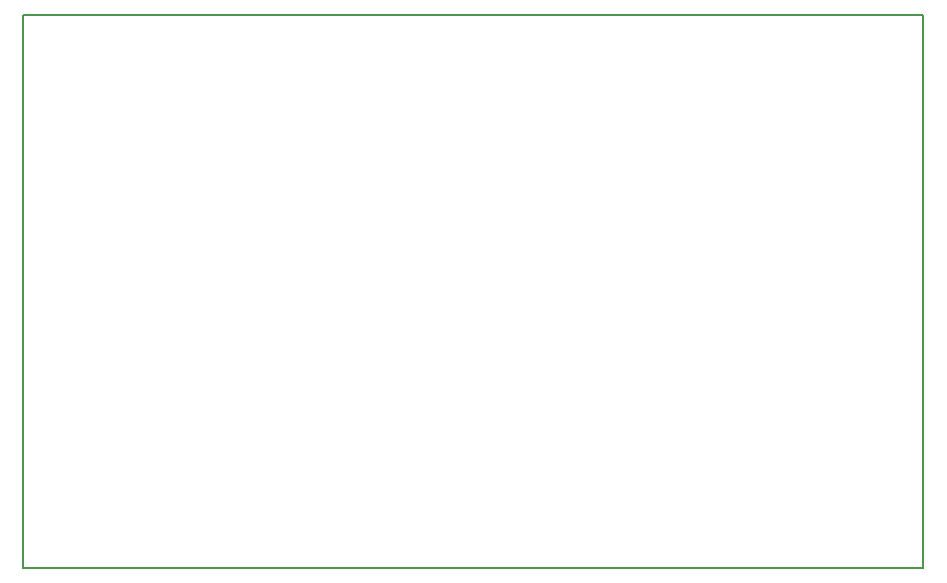
<source format=gbr>
G04 #@! TF.GenerationSoftware,KiCad,Pcbnew,(5.0.1)-rc2*
G04 #@! TF.CreationDate,2020-01-05T22:16:04+01:00*
G04 #@! TF.ProjectId,IoT_Messenger,496F545F4D657373656E6765722E6B69,rev?*
G04 #@! TF.SameCoordinates,Original*
G04 #@! TF.FileFunction,Profile,NP*
%FSLAX46Y46*%
G04 Gerber Fmt 4.6, Leading zero omitted, Abs format (unit mm)*
G04 Created by KiCad (PCBNEW (5.0.1)-rc2) date 05/01/2020 22:16:04*
%MOMM*%
%LPD*%
G01*
G04 APERTURE LIST*
%ADD10C,0.150000*%
G04 APERTURE END LIST*
D10*
X68834000Y-117856000D02*
X68834000Y-127889000D01*
X68834000Y-81026000D02*
X68834000Y-117856000D01*
X145034000Y-81026000D02*
X68834000Y-81026000D01*
X145034000Y-127889000D02*
X145034000Y-81026000D01*
X68834000Y-127889000D02*
X145034000Y-127889000D01*
M02*

</source>
